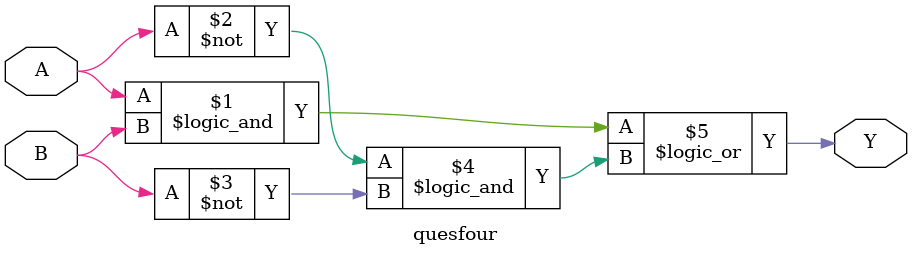
<source format=v>
module quesfour(
    input A,
    input B,
    output Y
);

assign Y = (A&&B) || ((~A)&&(~B));

endmodule
</source>
